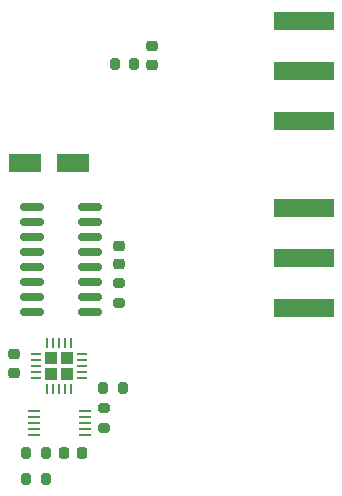
<source format=gbr>
%TF.GenerationSoftware,KiCad,Pcbnew,7.0.10*%
%TF.CreationDate,2024-04-14T10:08:43-05:00*%
%TF.ProjectId,txfilters,74786669-6c74-4657-9273-2e6b69636164,rev?*%
%TF.SameCoordinates,Original*%
%TF.FileFunction,Paste,Top*%
%TF.FilePolarity,Positive*%
%FSLAX46Y46*%
G04 Gerber Fmt 4.6, Leading zero omitted, Abs format (unit mm)*
G04 Created by KiCad (PCBNEW 7.0.10) date 2024-04-14 10:08:43*
%MOMM*%
%LPD*%
G01*
G04 APERTURE LIST*
G04 Aperture macros list*
%AMRoundRect*
0 Rectangle with rounded corners*
0 $1 Rounding radius*
0 $2 $3 $4 $5 $6 $7 $8 $9 X,Y pos of 4 corners*
0 Add a 4 corners polygon primitive as box body*
4,1,4,$2,$3,$4,$5,$6,$7,$8,$9,$2,$3,0*
0 Add four circle primitives for the rounded corners*
1,1,$1+$1,$2,$3*
1,1,$1+$1,$4,$5*
1,1,$1+$1,$6,$7*
1,1,$1+$1,$8,$9*
0 Add four rect primitives between the rounded corners*
20,1,$1+$1,$2,$3,$4,$5,0*
20,1,$1+$1,$4,$5,$6,$7,0*
20,1,$1+$1,$6,$7,$8,$9,0*
20,1,$1+$1,$8,$9,$2,$3,0*%
G04 Aperture macros list end*
%ADD10RoundRect,0.225000X0.250000X-0.225000X0.250000X0.225000X-0.250000X0.225000X-0.250000X-0.225000X0*%
%ADD11RoundRect,0.150000X0.825000X0.150000X-0.825000X0.150000X-0.825000X-0.150000X0.825000X-0.150000X0*%
%ADD12RoundRect,0.225000X-0.225000X-0.250000X0.225000X-0.250000X0.225000X0.250000X-0.225000X0.250000X0*%
%ADD13R,5.080000X1.500000*%
%ADD14RoundRect,0.250000X-1.137500X-0.550000X1.137500X-0.550000X1.137500X0.550000X-1.137500X0.550000X0*%
%ADD15RoundRect,0.225000X-0.250000X0.225000X-0.250000X-0.225000X0.250000X-0.225000X0.250000X0.225000X0*%
%ADD16RoundRect,0.200000X-0.275000X0.200000X-0.275000X-0.200000X0.275000X-0.200000X0.275000X0.200000X0*%
%ADD17RoundRect,0.200000X0.200000X0.275000X-0.200000X0.275000X-0.200000X-0.275000X0.200000X-0.275000X0*%
%ADD18R,1.100000X0.250000*%
%ADD19RoundRect,0.250000X0.295000X-0.295000X0.295000X0.295000X-0.295000X0.295000X-0.295000X-0.295000X0*%
%ADD20RoundRect,0.062500X0.062500X-0.337500X0.062500X0.337500X-0.062500X0.337500X-0.062500X-0.337500X0*%
%ADD21RoundRect,0.062500X0.337500X-0.062500X0.337500X0.062500X-0.337500X0.062500X-0.337500X-0.062500X0*%
G04 APERTURE END LIST*
D10*
%TO.C,C27*%
X170077000Y-111852000D03*
X170077000Y-110302000D03*
%TD*%
D11*
%TO.C,U3*%
X164830000Y-132830000D03*
X164830000Y-131560000D03*
X164830000Y-130290000D03*
X164830000Y-129020000D03*
X164830000Y-127750000D03*
X164830000Y-126480000D03*
X164830000Y-125210000D03*
X164830000Y-123940000D03*
X159880000Y-123940000D03*
X159880000Y-125210000D03*
X159880000Y-126480000D03*
X159880000Y-127750000D03*
X159880000Y-129020000D03*
X159880000Y-130290000D03*
X159880000Y-131560000D03*
X159880000Y-132830000D03*
%TD*%
D12*
%TO.C,C3*%
X162630000Y-144775000D03*
X164180000Y-144775000D03*
%TD*%
D13*
%TO.C,J3*%
X182910000Y-128205000D03*
X182910000Y-123955000D03*
X182910000Y-132455000D03*
%TD*%
D14*
%TO.C,C6*%
X159286500Y-120163000D03*
X163411500Y-120163000D03*
%TD*%
D15*
%TO.C,C26*%
X167285000Y-127224000D03*
X167285000Y-128774000D03*
%TD*%
D16*
%TO.C,R2*%
X167285000Y-130348000D03*
X167285000Y-131998000D03*
%TD*%
%TO.C,R3*%
X166023000Y-140929000D03*
X166023000Y-142579000D03*
%TD*%
D13*
%TO.C,J2*%
X182960000Y-112395000D03*
X182960000Y-108145000D03*
X182960000Y-116645000D03*
%TD*%
D17*
%TO.C,R4*%
X167610000Y-139255000D03*
X165960000Y-139255000D03*
%TD*%
%TO.C,R1*%
X161080000Y-144773000D03*
X159430000Y-144773000D03*
%TD*%
D18*
%TO.C,U1*%
X164405000Y-143175000D03*
X164405000Y-142675000D03*
X164405000Y-142175000D03*
X164405000Y-141675000D03*
X164405000Y-141175000D03*
X160105000Y-141175000D03*
X160105000Y-141675000D03*
X160105000Y-142175000D03*
X160105000Y-142675000D03*
X160105000Y-143175000D03*
%TD*%
D19*
%TO.C,U2*%
X161550000Y-138050000D03*
X162900000Y-138050000D03*
X161550000Y-136700000D03*
X162900000Y-136700000D03*
D20*
X161225000Y-139325000D03*
X161725000Y-139325000D03*
X162225000Y-139325000D03*
X162725000Y-139325000D03*
X163225000Y-139325000D03*
D21*
X164175000Y-138375000D03*
X164175000Y-137875000D03*
X164175000Y-137375000D03*
X164175000Y-136875000D03*
X164175000Y-136375000D03*
D20*
X163225000Y-135425000D03*
X162725000Y-135425000D03*
X162225000Y-135425000D03*
X161725000Y-135425000D03*
X161225000Y-135425000D03*
D21*
X160275000Y-136375000D03*
X160275000Y-136875000D03*
X160275000Y-137375000D03*
X160275000Y-137875000D03*
X160275000Y-138375000D03*
%TD*%
D17*
%TO.C,R7*%
X168596000Y-111839000D03*
X166946000Y-111839000D03*
%TD*%
D10*
%TO.C,C2*%
X158415000Y-137940000D03*
X158415000Y-136390000D03*
%TD*%
D17*
%TO.C,R8*%
X161080000Y-146902000D03*
X159430000Y-146902000D03*
%TD*%
M02*

</source>
